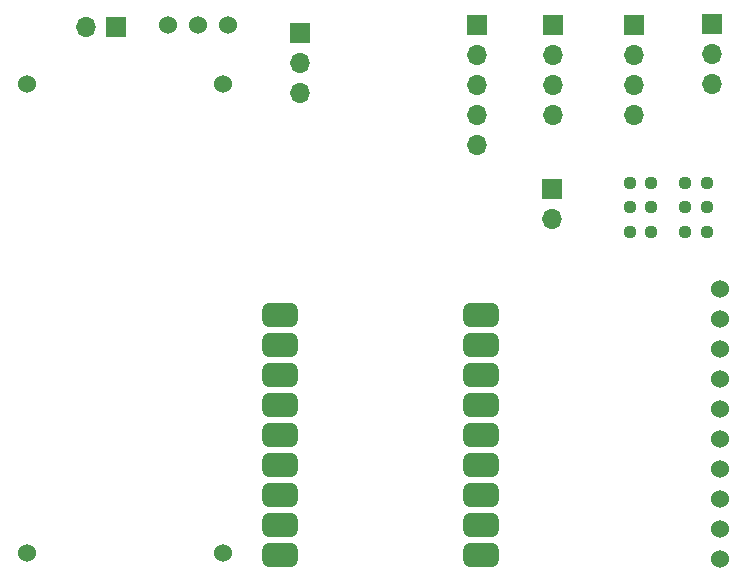
<source format=gts>
G04 #@! TF.GenerationSoftware,KiCad,Pcbnew,7.0.10*
G04 #@! TF.CreationDate,2024-08-15T01:47:54-04:00*
G04 #@! TF.ProjectId,Mainboard PCB,4d61696e-626f-4617-9264-205043422e6b,rev?*
G04 #@! TF.SameCoordinates,Original*
G04 #@! TF.FileFunction,Soldermask,Top*
G04 #@! TF.FilePolarity,Negative*
%FSLAX46Y46*%
G04 Gerber Fmt 4.6, Leading zero omitted, Abs format (unit mm)*
G04 Created by KiCad (PCBNEW 7.0.10) date 2024-08-15 01:47:54*
%MOMM*%
%LPD*%
G01*
G04 APERTURE LIST*
G04 Aperture macros list*
%AMRoundRect*
0 Rectangle with rounded corners*
0 $1 Rounding radius*
0 $2 $3 $4 $5 $6 $7 $8 $9 X,Y pos of 4 corners*
0 Add a 4 corners polygon primitive as box body*
4,1,4,$2,$3,$4,$5,$6,$7,$8,$9,$2,$3,0*
0 Add four circle primitives for the rounded corners*
1,1,$1+$1,$2,$3*
1,1,$1+$1,$4,$5*
1,1,$1+$1,$6,$7*
1,1,$1+$1,$8,$9*
0 Add four rect primitives between the rounded corners*
20,1,$1+$1,$2,$3,$4,$5,0*
20,1,$1+$1,$4,$5,$6,$7,0*
20,1,$1+$1,$6,$7,$8,$9,0*
20,1,$1+$1,$8,$9,$2,$3,0*%
G04 Aperture macros list end*
%ADD10RoundRect,0.237500X0.250000X0.237500X-0.250000X0.237500X-0.250000X-0.237500X0.250000X-0.237500X0*%
%ADD11RoundRect,0.237500X-0.250000X-0.237500X0.250000X-0.237500X0.250000X0.237500X-0.250000X0.237500X0*%
%ADD12R,1.700000X1.700000*%
%ADD13O,1.700000X1.700000*%
%ADD14C,1.524000*%
%ADD15RoundRect,0.500000X-1.000000X-0.500000X1.000000X-0.500000X1.000000X0.500000X-1.000000X0.500000X0*%
G04 APERTURE END LIST*
D10*
X71905500Y-33020000D03*
X70080500Y-33020000D03*
D11*
X65381500Y-30861000D03*
X67206500Y-30861000D03*
D12*
X65786000Y-15494000D03*
D13*
X65786000Y-18034000D03*
X65786000Y-20574000D03*
X65786000Y-23114000D03*
D12*
X58928000Y-15494000D03*
D13*
X58928000Y-18034000D03*
X58928000Y-20574000D03*
X58928000Y-23114000D03*
D12*
X58826000Y-29357000D03*
D13*
X58826000Y-31897000D03*
D12*
X37465000Y-16129000D03*
D13*
X37465000Y-18669000D03*
X37465000Y-21209000D03*
D14*
X73025000Y-60706000D03*
X73025000Y-58166000D03*
X73025000Y-55626000D03*
X73025000Y-53086000D03*
X73025000Y-50546000D03*
X73025000Y-48006000D03*
X73025000Y-45466000D03*
X73025000Y-42926000D03*
X73025000Y-40386000D03*
X73025000Y-37846000D03*
X14351000Y-20447000D03*
X30951000Y-20447000D03*
X14351000Y-60147000D03*
X30951000Y-60147000D03*
D12*
X72390000Y-15367000D03*
D13*
X72390000Y-17907000D03*
X72390000Y-20447000D03*
D10*
X71929000Y-28829000D03*
X70104000Y-28829000D03*
D14*
X26348000Y-15489000D03*
X28888000Y-15489000D03*
X31428000Y-15489000D03*
D12*
X21883000Y-15641000D03*
D13*
X19343000Y-15641000D03*
D10*
X67206500Y-28829000D03*
X65381500Y-28829000D03*
D12*
X52451000Y-15494000D03*
D13*
X52451000Y-18034000D03*
X52451000Y-20574000D03*
X52451000Y-23114000D03*
X52451000Y-25654000D03*
D10*
X67206500Y-33020000D03*
X65381500Y-33020000D03*
X71905500Y-30861000D03*
X70080500Y-30861000D03*
D15*
X35823000Y-40034000D03*
D14*
X36323000Y-40034000D03*
D15*
X35823000Y-42574000D03*
D14*
X36323000Y-42574000D03*
D15*
X35823000Y-45114000D03*
D14*
X36323000Y-45114000D03*
D15*
X35823000Y-47654000D03*
D14*
X36323000Y-47654000D03*
D15*
X35823000Y-50194000D03*
D14*
X36323000Y-50194000D03*
D15*
X35823000Y-52734000D03*
D14*
X36323000Y-52734000D03*
D15*
X35823000Y-55274000D03*
D14*
X36323000Y-55274000D03*
D15*
X35823000Y-57814000D03*
D14*
X36323000Y-57814000D03*
D15*
X35823000Y-60354000D03*
D14*
X36323000Y-60354000D03*
X52323000Y-60354000D03*
D15*
X52823000Y-60354000D03*
D14*
X52323000Y-57814000D03*
D15*
X52823000Y-57814000D03*
D14*
X52323000Y-55274000D03*
D15*
X52823000Y-55274000D03*
D14*
X52323000Y-52734000D03*
D15*
X52823000Y-52734000D03*
D14*
X52323000Y-50194000D03*
D15*
X52823000Y-50194000D03*
D14*
X52323000Y-47654000D03*
D15*
X52823000Y-47654000D03*
D14*
X52323000Y-45114000D03*
D15*
X52823000Y-45114000D03*
D14*
X52323000Y-42574000D03*
D15*
X52823000Y-42574000D03*
D14*
X52323000Y-40034000D03*
D15*
X52823000Y-40034000D03*
M02*

</source>
